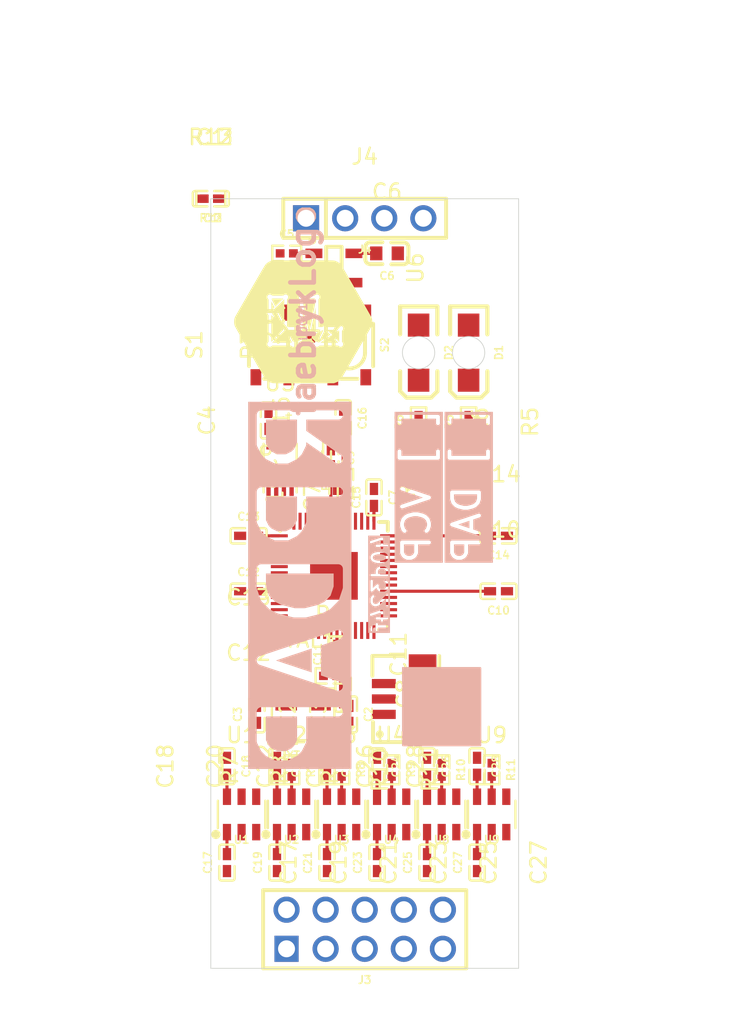
<source format=kicad_pcb>
(kicad_pcb (version 20240108) (generator "pcbnew") (generator_version "8.0")
  (layers (0 "F.Cu" signal) (31 "B.Cu" signal) (34 "B.Paste" user) (35 "F.Paste" user) (36 "B.SilkS" user "B.Silkscreen") (37 "F.SilkS" user "F.Silkscreen") (38 "B.Mask" user) (39 "F.Mask" user) (44 "Edge.Cuts" user))
  (net 0 "")
  (net 1 "SWD_SWO")
  (net 2 "U7-37")
  (net 3 "SWD_DIO")
  (net 4 "U7-16")
  (net 5 "U7-34")
  (net 6 "U7-17")
  (net 7 "R9-1-U4-5")
  (net 8 "U5-7-U7-51")
  (net 9 "D2-1-R6-1")
  (net 10 "U7-30")
  (net 11 "U7-40")
  (net 12 "UART_RX")
  (net 13 "R7-1-U2-5")
  (net 14 "U7-14")
  (net 15 "U7-2")
  (net 16 "SWD_CLK")
  (net 17 "U7-32")
  (net 18 "SWD_RESET")
  (net 19 "GND")
  (net 20 "U7-35")
  (net 22 "U1-3")
  (net 23 "R2-1-R3-1-U5-1-U7-56")
  (net 24 "USB_P")
  (net 25 "U7-21")
  (net 26 "J3-8")
  (net 28 "USB_N")
  (net 29 "R1-2")
  (net 30 "3V3")
  (net 31 "J1-5")
  (net 32 "U5-3-U7-54")
  (net 33 "U2-3")
  (net 34 "C8-1-C9-1-U7-23-U7-45-U7-50")
  (net 35 "U1-5")
  (net 36 "U7-11")
  (net 37 "U7-27")
  (net 38 "U7-7")
  (net 39 "U7-41")
  (net 40 "U5-6-U7-52")
  (net 42 "U7-4")
  (net 43 "U3-3")
  (net 44 "R1-1")
  (net 45 "R4-2-U7-20")
  (net 46 "U7-9")
  (net 47 "VBUS")
  (net 49 "J1-1-U7-25")
  (net 50 "U4-3")
  (net 51 "S2-1-U7-26")
  (net 52 "U7-38")
  (net 53 "U5-2-U7-55")
  (net 54 "VTARGET")
  (net 55 "C2-2-C3-2-XTAL1-1")
  (net 56 "R10-1-U8-5")
  (net 57 "U7-29")
  (net 58 "U6-4")
  (net 59 "D1-1-R5-1")
  (net 60 "U7-12")
  (net 61 "UART_TX")
  (net 62 "U7-5")
  (net 63 "U7-46")
  (net 64 "GND_DETECT")
  (net 65 "U7-13")
  (net 66 "U7-8")
  (net 67 "U8-3")
  (net 68 "R12-1-R13-1")
  (net 69 "S1-2")
  (net 70 "U7-15")
  (net 71 "C1-1")
  (net 72 "U7-28")
  (net 73 "U7-39")
  (net 75 "U7-36")
  (net 76 "U7-18")
  (net 77 "R11-1-U9-5")
  (net 78 "C1-2")
  (net 79 "J1-3-U7-24")
  (net 80 "C7-1-U7-43")
  (net 81 "U7-6")
  (net 82 "R3-2-S1-1")
  (net 83 "U7-3")
  (net 84 "U7-31")
  (net 85 "R8-1-U3-5")
  (net 86 "U5-5-U7-53")
  (net 88 "U7-47")
  (net 89 "J1-4")
  (net 90 "U9-3")
  (net 88 "C2-1-R4-1-XTAL1-4")
  (net 88 "C3-1-U7-19-XTAL1-2")
  (net 89 "XTAL1-3")
  (net 90 "S2-4")
  (net 89 "S1-4")
  (net 90 "S2-3")
  (footprint "lcsc:C0402" (layer "F.Cu") (at 18.693 25.5 0)
    (property "Reference" "C10" (at 0 1.25 0) (layer "F.SilkS") (hide no) (effects (font (size 0.5 0.5) (thickness 0.1))))
    (property "Value" "100nF 16V X7R")
    (fp_text user "${REFERENCE}" (at 0 -4 0) (layer "F.SilkS"))
    (pad "2" smd rect (at 0.55 0 0) (size 0.79 0.54) (layers "F.Cu" "F.Paste" "F.Mask") (net 19 "GND"))
    (pad "1" smd rect (at -0.55 0 0) (size 0.79 0.54) (layers "F.Cu" "F.Paste" "F.Mask") (net 30 "3V3"))
  )
  (footprint "lcsc:R0402" (layer "F.Cu") (at 6.5 9.5 90)
    (property "Reference" "R3" (at 0 1.25 90) (layer "F.SilkS") (hide no) (effects (font (size 0.5 0.5) (thickness 0.1))))
    (property "Value" "1kΩ ±1% 62.5mW")
    (fp_text user "${REFERENCE}" (at 0 -4 90) (layer "F.SilkS"))
    (pad "2" smd rect (at 0.43 0 90) (size 0.57 0.54) (layers "F.Cu" "F.Paste" "F.Mask") (net 82 "R3-2-S1-1"))
    (pad "1" smd rect (at -0.43 0 90) (size 0.57 0.54) (layers "F.Cu" "F.Paste" "F.Mask") (net 23 "R2-1-R3-1-U5-1-U7-56"))
  )
  (footprint "lcsc:C0402" (layer "F.Cu") (at 7.55 43.13 270)
    (property "Reference" "C21" (at 0 1.25 270) (layer "F.SilkS") (hide no) (effects (font (size 0.5 0.5) (thickness 0.1))))
    (property "Value" "100nF 16V X7R")
    (fp_text user "${REFERENCE}" (at 0 -4 270) (layer "F.SilkS"))
    (pad "2" smd rect (at 0.55 0 270) (size 0.79 0.54) (layers "F.Cu" "F.Paste" "F.Mask") (net 19 "GND"))
    (pad "1" smd rect (at -0.55 0 270) (size 0.79 0.54) (layers "F.Cu" "F.Paste" "F.Mask") (net 30 "3V3"))
  )
  (footprint "lcsc:C0402" (layer "F.Cu") (at 14.05 36.87 90)
    (property "Reference" "C26" (at 0 1.25 90) (layer "F.SilkS") (hide no) (effects (font (size 0.5 0.5) (thickness 0.1))))
    (property "Value" "100nF 16V X7R")
    (fp_text user "${REFERENCE}" (at 0 -4 90) (layer "F.SilkS"))
    (pad "2" smd rect (at 0.55 0 90) (size 0.79 0.54) (layers "F.Cu" "F.Paste" "F.Mask") (net 19 "GND"))
    (pad "1" smd rect (at -0.55 0 90) (size 0.79 0.54) (layers "F.Cu" "F.Paste" "F.Mask") (net 54 "VTARGET"))
  )
  (footprint "lcsc:LED-SMD_L3.2-W1.3-RD_GREEN-MHT151UGCT" (layer "F.Cu") (at 13.5 10 90)
    (property "Reference" "D2" (at 0 1.97 90) (layer "F.SilkS") (hide no) (effects (font (size 0.5 0.5) (thickness 0.1))))
    (property "Value" "3.05V")
    (fp_circle (center 0 0) (end 1.05 0) (stroke (width 0.05)) (fill none) (layer "Edge.Cuts"))
    (pad "1" smd rect (at -1.79 0 90) (size 1.5 1.4) (layers "F.Cu" "F.Paste" "F.Mask") (net 9 "D2-1-R6-1"))
    (pad "2" smd rect (at 1.79 0 90) (size 1.5 1.4) (layers "F.Cu" "F.Paste" "F.Mask") (net 30 "3V3"))
  )
  (footprint "lcsc:C0402" (layer "F.Cu") (at 14.05 43.13 270)
    (property "Reference" "C25" (at 0 1.25 270) (layer "F.SilkS") (hide no) (effects (font (size 0.5 0.5) (thickness 0.1))))
    (property "Value" "100nF 16V X7R")
    (fp_text user "${REFERENCE}" (at 0 -4 270) (layer "F.SilkS"))
    (pad "2" smd rect (at 0.55 0 270) (size 0.79 0.54) (layers "F.Cu" "F.Paste" "F.Mask") (net 19 "GND"))
    (pad "1" smd rect (at -0.55 0 270) (size 0.79 0.54) (layers "F.Cu" "F.Paste" "F.Mask") (net 30 "3V3"))
  )
  (footprint "lcsc:C0402" (layer "F.Cu") (at 2.455000000000001 21.9 180)
    (property "Reference" "C13" (at 0 1.25 180) (layer "F.SilkS") (hide no) (effects (font (size 0.5 0.5) (thickness 0.1))))
    (property "Value" "100nF 16V X7R")
    (fp_text user "${REFERENCE}" (at 0 -4 180) (layer "F.SilkS"))
    (pad "2" smd rect (at 0.55 0 180) (size 0.79 0.54) (layers "F.Cu" "F.Paste" "F.Mask") (net 19 "GND"))
    (pad "1" smd rect (at -0.55 0 180) (size 0.79 0.54) (layers "F.Cu" "F.Paste" "F.Mask") (net 30 "3V3"))
  )
  (footprint "lcsc:C0402" (layer "F.Cu") (at 8.2 29.595 270)
    (property "Reference" "C11" (at 0 1.25 270) (layer "F.SilkS") (hide no) (effects (font (size 0.5 0.5) (thickness 0.1))))
    (property "Value" "100nF 16V X7R")
    (fp_text user "${REFERENCE}" (at 0 -4 270) (layer "F.SilkS"))
    (pad "2" smd rect (at 0.55 0 270) (size 0.79 0.54) (layers "F.Cu" "F.Paste" "F.Mask") (net 19 "GND"))
    (pad "1" smd rect (at -0.55 0 270) (size 0.79 0.54) (layers "F.Cu" "F.Paste" "F.Mask") (net 30 "3V3"))
  )
  (footprint "lcsc:SOT-23-6_L2.9-W1.6-P0.95-LS2.8-BL" (layer "F.Cu") (at 11.75 40 0)
    (property "Reference" "U4" (at 0 1.6400000000000001 0) (layer "F.SilkS") (hide no) (effects (font (size 0.5 0.5) (thickness 0.1))))
    (property "Value" "Wuxi_I_core_Elec_AiP74LVC1T45GB236_TR")
    (fp_text user "${REFERENCE}" (at 0 -5.15 0) (layer "F.SilkS"))
    (pad "1" smd rect (at -0.95 1.15 0) (size 0.53 1.07) (layers "F.Cu" "F.Paste" "F.Mask") (net 30 "3V3"))
    (pad "2" smd rect (at 0 1.15 0) (size 0.53 1.07) (layers "F.Cu" "F.Paste" "F.Mask") (net 19 "GND"))
    (pad "3" smd rect (at 0.95 1.15 0) (size 0.53 1.07) (layers "F.Cu" "F.Paste" "F.Mask") (net 50 "U4-3"))
    (pad "4" smd rect (at 0.95 -1.15 0) (size 0.53 1.07) (layers "F.Cu" "F.Paste" "F.Mask") (net 18 "SWD_RESET"))
    (pad "5" smd rect (at 0 -1.15 0) (size 0.53 1.07) (layers "F.Cu" "F.Paste" "F.Mask") (net 7 "R9-1-U4-5"))
    (pad "6" smd rect (at -0.95 -1.15 0) (size 0.53 1.07) (layers "F.Cu" "F.Paste" "F.Mask") (net 54 "VTARGET"))
  )
  (footprint "lcsc:C0402" (layer "F.Cu") (at 3 33.5 270)
    (property "Reference" "C3" (at 0 1.25 270) (layer "F.SilkS") (hide no) (effects (font (size 0.5 0.5) (thickness 0.1))))
    (property "Value" "18pF ±5% 50V C0G")
    (fp_text user "${REFERENCE}" (at 0 -4 270) (layer "F.SilkS"))
    (pad "2" smd rect (at 0.55 0 270) (size 0.79 0.54) (layers "F.Cu" "F.Paste" "F.Mask") (net 55 "C2-2-C3-2-XTAL1-1"))
    (pad "1" smd rect (at -0.55 0 270) (size 0.79 0.54) (layers "F.Cu" "F.Paste" "F.Mask") (net 88 "C3-1-U7-19-XTAL1-2"))
  )
  (footprint "lcsc:C0402" (layer "F.Cu") (at 17.3 36.87 90)
    (property "Reference" "C28" (at 0 1.25 90) (layer "F.SilkS") (hide no) (effects (font (size 0.5 0.5) (thickness 0.1))))
    (property "Value" "100nF 16V X7R")
    (fp_text user "${REFERENCE}" (at 0 -4 90) (layer "F.SilkS"))
    (pad "2" smd rect (at 0.55 0 90) (size 0.79 0.54) (layers "F.Cu" "F.Paste" "F.Mask") (net 19 "GND"))
    (pad "1" smd rect (at -0.55 0 90) (size 0.79 0.54) (layers "F.Cu" "F.Paste" "F.Mask") (net 54 "VTARGET"))
  )
  (footprint "lcsc:C0402" (layer "F.Cu") (at 10.6 19.405 90)
    (property "Reference" "C7" (at 0 1.25 90) (layer "F.SilkS") (hide no) (effects (font (size 0.5 0.5) (thickness 0.1))))
    (property "Value" "100nF 16V X7R")
    (fp_text user "${REFERENCE}" (at 0 -4 90) (layer "F.SilkS"))
    (pad "2" smd rect (at 0.55 0 90) (size 0.79 0.54) (layers "F.Cu" "F.Paste" "F.Mask") (net 19 "GND"))
    (pad "1" smd rect (at -0.55 0 90) (size 0.79 0.54) (layers "F.Cu" "F.Paste" "F.Mask") (net 80 "C7-1-U7-43"))
  )
  (footprint "lcsc:C0402" (layer "F.Cu") (at 4.3 36.87 90)
    (property "Reference" "C20" (at 0 1.25 90) (layer "F.SilkS") (hide no) (effects (font (size 0.5 0.5) (thickness 0.1))))
    (property "Value" "100nF 16V X7R")
    (fp_text user "${REFERENCE}" (at 0 -4 90) (layer "F.SilkS"))
    (pad "2" smd rect (at 0.55 0 90) (size 0.79 0.54) (layers "F.Cu" "F.Paste" "F.Mask") (net 19 "GND"))
    (pad "1" smd rect (at -0.55 0 90) (size 0.79 0.54) (layers "F.Cu" "F.Paste" "F.Mask") (net 54 "VTARGET"))
  )
  (footprint "lcsc:KEY-SMD_4P-L4.2-W3.2-P2.20-LS4.6" (layer "F.Cu") (at 9 9.5 90)
    (property "Reference" "S2" (at 0 2.3 90) (layer "F.SilkS") (hide no) (effects (font (size 0.5 0.5) (thickness 0.1))))
    (property "Value" "_Switch")
    (fp_text user "${REFERENCE}" (at 0 -5.07 90) (layer "F.SilkS"))
    (pad "1" smd rect (at -2.1 -1.07 90) (size 1.05 0.7) (layers "F.Cu" "F.Paste" "F.Mask") (net 51 "S2-1-U7-26"))
    (pad "2" smd rect (at 2.1 -1.07 90) (size 1.05 0.7) (layers "F.Cu" "F.Paste" "F.Mask") (net 19 "GND"))
    (pad "3" smd rect (at -2.1 1.07 90) (size 1.05 0.7) (layers "F.Cu" "F.Paste" "F.Mask") (net 90 "S2-3"))
    (pad "4" smd rect (at 2.1 1.07 90) (size 1.05 0.7) (layers "F.Cu" "F.Paste" "F.Mask") (net 90 "S2-4"))
  )
  (footprint "lcsc:C0402" (layer "F.Cu") (at 9 33.5 90)
    (property "Reference" "C2" (at 0 1.25 90) (layer "F.SilkS") (hide no) (effects (font (size 0.5 0.5) (thickness 0.1))))
    (property "Value" "18pF ±5% 50V C0G")
    (fp_text user "${REFERENCE}" (at 0 -4 90) (layer "F.SilkS"))
    (pad "2" smd rect (at 0.55 0 90) (size 0.79 0.54) (layers "F.Cu" "F.Paste" "F.Mask") (net 55 "C2-2-C3-2-XTAL1-1"))
    (pad "1" smd rect (at -0.55 0 90) (size 0.79 0.54) (layers "F.Cu" "F.Paste" "F.Mask") (net 88 "C2-1-R4-1-XTAL1-4"))
  )
  (footprint "lcsc:R0402" (layer "F.Cu") (at 7.75 31 0)
    (property "Reference" "R4" (at 0 1.25 0) (layer "F.SilkS") (hide no) (effects (font (size 0.5 0.5) (thickness 0.1))))
    (property "Value" "1kΩ ±1% 62.5mW")
    (fp_text user "${REFERENCE}" (at 0 -4 0) (layer "F.SilkS"))
    (pad "2" smd rect (at 0.43 0 0) (size 0.57 0.54) (layers "F.Cu" "F.Paste" "F.Mask") (net 45 "R4-2-U7-20"))
    (pad "1" smd rect (at -0.43 0 0) (size 0.57 0.54) (layers "F.Cu" "F.Paste" "F.Mask") (net 88 "C2-1-R4-1-XTAL1-4"))
  )
  (footprint "lcsc:CRYSTAL-SMD_4P-L3.2-W2.5-BL" (layer "F.Cu") (at 6 33.5 0)
    (property "Reference" "XTAL1" (at 0 2.66 0) (layer "F.SilkS") (hide no) (effects (font (size 0.5 0.5) (thickness 0.1))))
    (property "Value" "Crystal")
    (fp_text user "${REFERENCE}" (at 0 -4.85 0) (layer "F.SilkS"))
    (pad "1" smd rect (at -1.1 0.85 0) (size 1.4 1.2) (layers "F.Cu" "F.Paste" "F.Mask") (net 55 "C2-2-C3-2-XTAL1-1"))
    (pad "2" smd rect (at 1.1 0.85 0) (size 1.4 1.2) (layers "F.Cu" "F.Paste" "F.Mask") (net 88 "C3-1-U7-19-XTAL1-2"))
    (pad "3" smd rect (at 1.1 -0.85 0) (size 1.4 1.2) (layers "F.Cu" "F.Paste" "F.Mask") (net 89 "XTAL1-3"))
    (pad "4" smd rect (at -1.1 -0.85 0) (size 1.4 1.2) (layers "F.Cu" "F.Paste" "F.Mask") (net 88 "C2-1-R4-1-XTAL1-4"))
  )
  (footprint "lcsc:R0402" (layer "F.Cu") (at 5.25 37.1 90)
    (property "Reference" "R7" (at 0 1.25 90) (layer "F.SilkS") (hide no) (effects (font (size 0.5 0.5) (thickness 0.1))))
    (property "Value" "10kΩ ±1% 62.5mW")
    (fp_text user "${REFERENCE}" (at 0 -4 90) (layer "F.SilkS"))
    (pad "2" smd rect (at 0.43 0 90) (size 0.57 0.54) (layers "F.Cu" "F.Paste" "F.Mask") (net 30 "3V3"))
    (pad "1" smd rect (at -0.43 0 90) (size 0.57 0.54) (layers "F.Cu" "F.Paste" "F.Mask") (net 13 "R7-1-U2-5"))
  )
  (footprint "lcsc:C0402" (layer "F.Cu") (at 7.8 16.831 90)
    (property "Reference" "C9" (at 0 1.25 90) (layer "F.SilkS") (hide no) (effects (font (size 0.5 0.5) (thickness 0.1))))
    (property "Value" "100nF 16V X7R")
    (fp_text user "${REFERENCE}" (at 0 -4 90) (layer "F.SilkS"))
    (pad "2" smd rect (at 0.55 0 90) (size 0.79 0.54) (layers "F.Cu" "F.Paste" "F.Mask") (net 19 "GND"))
    (pad "1" smd rect (at -0.55 0 90) (size 0.79 0.54) (layers "F.Cu" "F.Paste" "F.Mask") (net 34 "C8-1-C9-1-U7-23-U7-45-U7-50"))
  )
  (footprint "lcsc:C0402" (layer "F.Cu") (at 10.8 43.13 270)
    (property "Reference" "C23" (at 0 1.25 270) (layer "F.SilkS") (hide no) (effects (font (size 0.5 0.5) (thickness 0.1))))
    (property "Value" "100nF 16V X7R")
    (fp_text user "${REFERENCE}" (at 0 -4 270) (layer "F.SilkS"))
    (pad "2" smd rect (at 0.55 0 270) (size 0.79 0.54) (layers "F.Cu" "F.Paste" "F.Mask") (net 19 "GND"))
    (pad "1" smd rect (at -0.55 0 270) (size 0.79 0.54) (layers "F.Cu" "F.Paste" "F.Mask") (net 30 "3V3"))
  )
  (footprint "lcsc:SOT-23-6_L2.9-W1.6-P0.95-LS2.8-BL" (layer "F.Cu") (at 8.5 40 0)
    (property "Reference" "U3" (at 0 1.6400000000000001 0) (layer "F.SilkS") (hide no) (effects (font (size 0.5 0.5) (thickness 0.1))))
    (property "Value" "Wuxi_I_core_Elec_AiP74LVC1T45GB236_TR")
    (fp_text user "${REFERENCE}" (at 0 -5.15 0) (layer "F.SilkS"))
    (pad "1" smd rect (at -0.95 1.15 0) (size 0.53 1.07) (layers "F.Cu" "F.Paste" "F.Mask") (net 30 "3V3"))
    (pad "2" smd rect (at 0 1.15 0) (size 0.53 1.07) (layers "F.Cu" "F.Paste" "F.Mask") (net 19 "GND"))
    (pad "3" smd rect (at 0.95 1.15 0) (size 0.53 1.07) (layers "F.Cu" "F.Paste" "F.Mask") (net 43 "U3-3"))
    (pad "4" smd rect (at 0.95 -1.15 0) (size 0.53 1.07) (layers "F.Cu" "F.Paste" "F.Mask") (net 1 "SWD_SWO"))
    (pad "5" smd rect (at 0 -1.15 0) (size 0.53 1.07) (layers "F.Cu" "F.Paste" "F.Mask") (net 85 "R8-1-U3-5"))
    (pad "6" smd rect (at -0.95 -1.15 0) (size 0.53 1.07) (layers "F.Cu" "F.Paste" "F.Mask") (net 54 "VTARGET"))
  )
  (footprint "lcsc:USON-8_L3.0-W2.0-P0.50-BL-EP" (layer "F.Cu") (at 4.5 17.5 0)
    (property "Reference" "U5" (at 0 2.33 0) (layer "F.SilkS") (hide no) (effects (font (size 0.5 0.5) (thickness 0.1))))
    (property "Value" "Winbond_W25Q16JVUXIQ")
    (fp_text user "${REFERENCE}" (at 0 -5.51 0) (layer "F.SilkS"))
    (pad "1" smd rect (at -0.75 1.51 -90) (size 0.6 0.28) (layers "F.Cu" "F.Paste" "F.Mask") (net 23 "R2-1-R3-1-U5-1-U7-56"))
    (pad "2" smd rect (at -0.25 1.51 -90) (size 0.6 0.28) (layers "F.Cu" "F.Paste" "F.Mask") (net 53 "U5-2-U7-55"))
    (pad "3" smd rect (at 0.25 1.51 -90) (size 0.6 0.28) (layers "F.Cu" "F.Paste" "F.Mask") (net 32 "U5-3-U7-54"))
    (pad "4" smd rect (at 0.75 1.51 -90) (size 0.6 0.28) (layers "F.Cu" "F.Paste" "F.Mask") (net 19 "GND"))
    (pad "8" smd rect (at -0.75 -1.51 -90) (size 0.6 0.28) (layers "F.Cu" "F.Paste" "F.Mask") (net 30 "3V3"))
    (pad "7" smd rect (at -0.25 -1.51 -90) (size 0.6 0.28) (layers "F.Cu" "F.Paste" "F.Mask") (net 8 "U5-7-U7-51"))
    (pad "6" smd rect (at 0.25 -1.51 -90) (size 0.6 0.28) (layers "F.Cu" "F.Paste" "F.Mask") (net 40 "U5-6-U7-52"))
    (pad "5" smd rect (at 0.75 -1.51 -90) (size 0.6 0.28) (layers "F.Cu" "F.Paste" "F.Mask") (net 86 "U5-5-U7-53"))
    (pad "9" smd rect (at 0 0 90) (size 0.3 1.7) (layers "F.Cu" "F.Paste" "F.Mask") (net 19 "GND"))
  )
  (footprint "lcsc:HDR-TH_10P-P2.54-V-F-R2-C5-S2.54" (layer "F.Cu") (at 10 47.46 0)
    (property "Reference" "J3" (at 0 3.29 0) (layer "F.SilkS") (hide no) (effects (font (size 0.5 0.5) (thickness 0.1))))
    (property "Value" "Header")
    (pad "1" thru_hole rect (at -5.08 1.27 0) (size 1.57 1.7) (drill 1.100023) (layers "*.Cu" "*.Mask") (net 54 "VTARGET"))
    (pad "2" thru_hole circle (at -5.08 -1.27 0) (size 1.7 1.7) (drill 1.100023) (layers "*.Cu" "*.Mask") (net 3 "SWD_DIO"))
    (pad "3" thru_hole circle (at -2.54 1.27 0) (size 1.7 1.7) (drill 1.100023) (layers "*.Cu" "*.Mask") (net 19 "GND"))
    (pad "4" thru_hole circle (at -2.54 -1.27 0) (size 1.7 1.7) (drill 1.100023) (layers "*.Cu" "*.Mask") (net 16 "SWD_CLK"))
    (pad "5" thru_hole circle (at 0 1.27 0) (size 1.7 1.7) (drill 1.100023) (layers "*.Cu" "*.Mask") (net 12 "UART_RX"))
    (pad "6" thru_hole circle (at 0 -1.27 0) (size 1.7 1.7) (drill 1.100023) (layers "*.Cu" "*.Mask") (net 1 "SWD_SWO"))
    (pad "7" thru_hole circle (at 2.54 1.27 0) (size 1.7 1.7) (drill 1.100023) (layers "*.Cu" "*.Mask") (net 61 "UART_TX"))
    (pad "8" thru_hole circle (at 2.54 -1.27 0) (size 1.7 1.7) (drill 1.100023) (layers "*.Cu" "*.Mask") (net 26 "J3-8"))
    (pad "9" thru_hole circle (at 5.08 1.27 0) (size 1.7 1.7) (drill 1.100023) (layers "*.Cu" "*.Mask") (net 64 "GND_DETECT"))
    (pad "10" thru_hole circle (at 5.08 -1.27 0) (size 1.7 1.7) (drill 1.100023) (layers "*.Cu" "*.Mask") (net 18 "SWD_RESET"))
  )
  (footprint "lcsc:R0402" (layer "F.Cu") (at 4.935 3.5499999999999994 540)
    (property "Reference" "C5" (at 0 1.25 180) (layer "F.SilkS") (hide no) (effects (font (size 0.5 0.5) (thickness 0.1))))
    (property "Value" "10µF 25V X5R")
    (fp_text user "${REFERENCE}" (at 0 -4 180) (layer "F.SilkS"))
    (pad "2" smd rect (at 0.43 0 180) (size 0.57 0.54) (layers "F.Cu" "F.Paste" "F.Mask") (net 19 "GND"))
    (pad "1" smd rect (at -0.43 0 180) (size 0.57 0.54) (layers "F.Cu" "F.Paste" "F.Mask") (net 47 "VBUS"))
  )
  (footprint "lcsc:C0402" (layer "F.Cu") (at 4.3 43.13 270)
    (property "Reference" "C19" (at 0 1.25 270) (layer "F.SilkS") (hide no) (effects (font (size 0.5 0.5) (thickness 0.1))))
    (property "Value" "100nF 16V X7R")
    (fp_text user "${REFERENCE}" (at 0 -4 270) (layer "F.SilkS"))
    (pad "2" smd rect (at 0.55 0 270) (size 0.79 0.54) (layers "F.Cu" "F.Paste" "F.Mask") (net 19 "GND"))
    (pad "1" smd rect (at -0.55 0 270) (size 0.79 0.54) (layers "F.Cu" "F.Paste" "F.Mask") (net 30 "3V3"))
  )
  (footprint "lcsc:C0402" (layer "F.Cu") (at 8.6 32.169 270)
    (property "Reference" "C8" (at 0 1.25 270) (layer "F.SilkS") (hide no) (effects (font (size 0.5 0.5) (thickness 0.1))))
    (property "Value" "100nF 16V X7R")
    (fp_text user "${REFERENCE}" (at 0 -4 270) (layer "F.SilkS"))
    (pad "2" smd rect (at 0.55 0 270) (size 0.79 0.54) (layers "F.Cu" "F.Paste" "F.Mask") (net 19 "GND"))
    (pad "1" smd rect (at -0.55 0 270) (size 0.79 0.54) (layers "F.Cu" "F.Paste" "F.Mask") (net 34 "C8-1-C9-1-U7-23-U7-45-U7-50"))
  )
  (footprint "lcsc:C0603" (layer "F.Cu") (at 11.45 3.5500000000000007 360)
    (property "Reference" "C6" (at 0 1.46 0) (layer "F.SilkS") (hide no) (effects (font (size 0.5 0.5) (thickness 0.1))))
    (property "Value" "10µF 10V X7R")
    (fp_text user "${REFERENCE}" (at 0 -4 0) (layer "F.SilkS"))
    (pad "2" smd rect (at 0.7 0 0) (size 0.8 0.9) (layers "F.Cu" "F.Paste" "F.Mask") (net 19 "GND"))
    (pad "1" smd rect (at -0.7 0 0) (size 0.8 0.9) (layers "F.Cu" "F.Paste" "F.Mask") (net 30 "3V3"))
  )
  (footprint "lcsc:HDR-TH_4P-P2.54-V-F" (layer "F.Cu") (at 10 1.27 0)
    (property "Reference" "J4" (at 0 2.02 0) (layer "F.SilkS") (hide no) (effects (font (size 0.5 0.5) (thickness 0.1))))
    (property "Value" "Header")
    (fp_text user "${REFERENCE}" (at 0 -4 0) (layer "F.SilkS"))
    (pad "1" thru_hole rect (at -3.81 0 0) (size 1.7 1.7) (drill 1.1000231999999999) (layers "*.Cu" "*.Mask") (net 47 "VBUS"))
    (pad "2" thru_hole circle (at -1.27 0 0) (size 1.7 1.7) (drill 1.1000231999999999) (layers "*.Cu" "*.Mask") (net 28 "USB_N"))
    (pad "3" thru_hole circle (at 1.27 0 0) (size 1.7 1.7) (drill 1.1000231999999999) (layers "*.Cu" "*.Mask") (net 24 "USB_P"))
    (pad "4" thru_hole circle (at 3.81 0 0) (size 1.7 1.7) (drill 1.1000231999999999) (layers "*.Cu" "*.Mask") (net 19 "GND"))
  )
  (footprint "lcsc:C0402" (layer "F.Cu") (at 2.455000000000001 25.5 180)
    (property "Reference" "C12" (at 0 1.25 180) (layer "F.SilkS") (hide no) (effects (font (size 0.5 0.5) (thickness 0.1))))
    (property "Value" "100nF 16V X7R")
    (fp_text user "${REFERENCE}" (at 0 -4 180) (layer "F.SilkS"))
    (pad "2" smd rect (at 0.55 0 180) (size 0.79 0.54) (layers "F.Cu" "F.Paste" "F.Mask") (net 19 "GND"))
    (pad "1" smd rect (at -0.55 0 180) (size 0.79 0.54) (layers "F.Cu" "F.Paste" "F.Mask") (net 30 "3V3"))
  )
  (footprint "lcsc:R0402" (layer "F.Cu") (at 13.5 14.5 270)
    (property "Reference" "R6" (at 0 1.25 270) (layer "F.SilkS") (hide no) (effects (font (size 0.5 0.5) (thickness 0.1))))
    (property "Value" "1kΩ ±1% 62.5mW")
    (fp_text user "${REFERENCE}" (at 0 -4 270) (layer "F.SilkS"))
    (pad "2" smd rect (at 0.43 0 270) (size 0.57 0.54) (layers "F.Cu" "F.Paste" "F.Mask") (net 19 "GND"))
    (pad "1" smd rect (at -0.43 0 270) (size 0.57 0.54) (layers "F.Cu" "F.Paste" "F.Mask") (net 9 "D2-1-R6-1"))
  )
  (footprint "lcsc:R0402" (layer "F.Cu") (at 18.25 37.1 90)
    (property "Reference" "R11" (at 0 1.25 90) (layer "F.SilkS") (hide no) (effects (font (size 0.5 0.5) (thickness 0.1))))
    (property "Value" "10kΩ ±1% 62.5mW")
    (fp_text user "${REFERENCE}" (at 0 -4 90) (layer "F.SilkS"))
    (pad "2" smd rect (at 0.43 0 90) (size 0.57 0.54) (layers "F.Cu" "F.Paste" "F.Mask") (net 30 "3V3"))
    (pad "1" smd rect (at -0.43 0 90) (size 0.57 0.54) (layers "F.Cu" "F.Paste" "F.Mask") (net 77 "R11-1-U9-5"))
  )
  (footprint "lcsc:C0402" (layer "F.Cu") (at 3.75 14.405000000000001 90)
    (property "Reference" "C4" (at 0 1.25 90) (layer "F.SilkS") (hide no) (effects (font (size 0.5 0.5) (thickness 0.1))))
    (property "Value" "100nF 16V X7R")
    (fp_text user "${REFERENCE}" (at 0 -4 90) (layer "F.SilkS"))
    (pad "2" smd rect (at 0.55 0 90) (size 0.79 0.54) (layers "F.Cu" "F.Paste" "F.Mask") (net 19 "GND"))
    (pad "1" smd rect (at -0.55 0 90) (size 0.79 0.54) (layers "F.Cu" "F.Paste" "F.Mask") (net 30 "3V3"))
  )
  (footprint "lcsc:R0402" (layer "F.Cu") (at 6.5 9.5 90)
    (property "Reference" "R2" (at 0 1.25 90) (layer "F.SilkS") (hide no) (effects (font (size 0.5 0.5) (thickness 0.1))))
    (property "Value" "1kΩ ±1% 62.5mW")
    (fp_text user "${REFERENCE}" (at 0 -4 90) (layer "F.SilkS"))
    (pad "2" smd rect (at 0.43 0 90) (size 0.57 0.54) (layers "F.Cu" "F.Paste" "F.Mask") (net 30 "3V3"))
    (pad "1" smd rect (at -0.43 0 90) (size 0.57 0.54) (layers "F.Cu" "F.Paste" "F.Mask") (net 23 "R2-1-R3-1-U5-1-U7-56"))
  )
  (footprint "lcsc:SOT-23-6_L2.9-W1.6-P0.95-LS2.8-BL" (layer "F.Cu") (at 5.25 40 0)
    (property "Reference" "U2" (at 0 1.6400000000000001 0) (layer "F.SilkS") (hide no) (effects (font (size 0.5 0.5) (thickness 0.1))))
    (property "Value" "Wuxi_I_core_Elec_AiP74LVC1T45GB236_TR")
    (fp_text user "${REFERENCE}" (at 0 -5.15 0) (layer "F.SilkS"))
    (pad "1" smd rect (at -0.95 1.15 0) (size 0.53 1.07) (layers "F.Cu" "F.Paste" "F.Mask") (net 30 "3V3"))
    (pad "2" smd rect (at 0 1.15 0) (size 0.53 1.07) (layers "F.Cu" "F.Paste" "F.Mask") (net 19 "GND"))
    (pad "3" smd rect (at 0.95 1.15 0) (size 0.53 1.07) (layers "F.Cu" "F.Paste" "F.Mask") (net 33 "U2-3"))
    (pad "4" smd rect (at 0.95 -1.15 0) (size 0.53 1.07) (layers "F.Cu" "F.Paste" "F.Mask") (net 16 "SWD_CLK"))
    (pad "5" smd rect (at 0 -1.15 0) (size 0.53 1.07) (layers "F.Cu" "F.Paste" "F.Mask") (net 13 "R7-1-U2-5"))
    (pad "6" smd rect (at -0.95 -1.15 0) (size 0.53 1.07) (layers "F.Cu" "F.Paste" "F.Mask") (net 54 "VTARGET"))
  )
  (footprint "lcsc:C0402" (layer "F.Cu") (at 1.05 43.13 270)
    (property "Reference" "C17" (at 0 1.25 270) (layer "F.SilkS") (hide no) (effects (font (size 0.5 0.5) (thickness 0.1))))
    (property "Value" "100nF 16V X7R")
    (fp_text user "${REFERENCE}" (at 0 -4 270) (layer "F.SilkS"))
    (pad "2" smd rect (at 0.55 0 270) (size 0.79 0.54) (layers "F.Cu" "F.Paste" "F.Mask") (net 19 "GND"))
    (pad "1" smd rect (at -0.55 0 270) (size 0.79 0.54) (layers "F.Cu" "F.Paste" "F.Mask") (net 30 "3V3"))
  )
  (footprint "lcsc:SOT-23-6_L2.9-W1.6-P0.95-LS2.8-BL" (layer "F.Cu") (at 2 40 0)
    (property "Reference" "U1" (at 0 1.6400000000000001 0) (layer "F.SilkS") (hide no) (effects (font (size 0.5 0.5) (thickness 0.1))))
    (property "Value" "Wuxi_I_core_Elec_AiP74LVC1T45GB236_TR")
    (fp_text user "${REFERENCE}" (at 0 -5.15 0) (layer "F.SilkS"))
    (pad "1" smd rect (at -0.95 1.15 0) (size 0.53 1.07) (layers "F.Cu" "F.Paste" "F.Mask") (net 30 "3V3"))
    (pad "2" smd rect (at 0 1.15 0) (size 0.53 1.07) (layers "F.Cu" "F.Paste" "F.Mask") (net 19 "GND"))
    (pad "3" smd rect (at 0.95 1.15 0) (size 0.53 1.07) (layers "F.Cu" "F.Paste" "F.Mask") (net 22 "U1-3"))
    (pad "4" smd rect (at 0.95 -1.15 0) (size 0.53 1.07) (layers "F.Cu" "F.Paste" "F.Mask") (net 3 "SWD_DIO"))
    (pad "5" smd rect (at 0 -1.15 0) (size 0.53 1.07) (layers "F.Cu" "F.Paste" "F.Mask") (net 35 "U1-5"))
    (pad "6" smd rect (at -0.95 -1.15 0) (size 0.53 1.07) (layers "F.Cu" "F.Paste" "F.Mask") (net 54 "VTARGET"))
  )
  (footprint "lcsc:SOT-23-6_L2.9-W1.6-P0.95-LS2.8-BL" (layer "F.Cu") (at 15 40 0)
    (property "Reference" "U8" (at 0 1.6400000000000001 0) (layer "F.SilkS") (hide no) (effects (font (size 0.5 0.5) (thickness 0.1))))
    (property "Value" "Wuxi_I_core_Elec_AiP74LVC1T45GB236_TR")
    (fp_text user "${REFERENCE}" (at 0 -5.15 0) (layer "F.SilkS"))
    (pad "1" smd rect (at -0.95 1.15 0) (size 0.53 1.07) (layers "F.Cu" "F.Paste" "F.Mask") (net 30 "3V3"))
    (pad "2" smd rect (at 0 1.15 0) (size 0.53 1.07) (layers "F.Cu" "F.Paste" "F.Mask") (net 19 "GND"))
    (pad "3" smd rect (at 0.95 1.15 0) (size 0.53 1.07) (layers "F.Cu" "F.Paste" "F.Mask") (net 67 "U8-3"))
    (pad "4" smd rect (at 0.95 -1.15 0) (size 0.53 1.07) (layers "F.Cu" "F.Paste" "F.Mask") (net 61 "UART_TX"))
    (pad "5" smd rect (at 0 -1.15 0) (size 0.53 1.07) (layers "F.Cu" "F.Paste" "F.Mask") (net 56 "R10-1-U8-5"))
    (pad "6" smd rect (at -0.95 -1.15 0) (size 0.53 1.07) (layers "F.Cu" "F.Paste" "F.Mask") (net 54 "VTARGET"))
  )
  (footprint "lcsc:SOT-23-6_L2.9-W1.6-P0.95-LS2.8-BL" (layer "F.Cu") (at 18.25 40 0)
    (property "Reference" "U9" (at 0 1.6400000000000001 0) (layer "F.SilkS") (hide no) (effects (font (size 0.5 0.5) (thickness 0.1))))
    (property "Value" "Wuxi_I_core_Elec_AiP74LVC1T45GB236_TR")
    (fp_text user "${REFERENCE}" (at 0 -5.15 0) (layer "F.SilkS"))
    (pad "1" smd rect (at -0.95 1.15 0) (size 0.53 1.07) (layers "F.Cu" "F.Paste" "F.Mask") (net 30 "3V3"))
    (pad "2" smd rect (at 0 1.15 0) (size 0.53 1.07) (layers "F.Cu" "F.Paste" "F.Mask") (net 19 "GND"))
    (pad "3" smd rect (at 0.95 1.15 0) (size 0.53 1.07) (layers "F.Cu" "F.Paste" "F.Mask") (net 90 "U9-3"))
    (pad "4" smd rect (at 0.95 -1.15 0) (size 0.53 1.07) (layers "F.Cu" "F.Paste" "F.Mask") (net 12 "UART_RX"))
    (pad "5" smd rect (at 0 -1.15 0) (size 0.53 1.07) (layers "F.Cu" "F.Paste" "F.Mask") (net 77 "R11-1-U9-5"))
    (pad "6" smd rect (at -0.95 -1.15 0) (size 0.53 1.07) (layers "F.Cu" "F.Paste" "F.Mask") (net 54 "VTARGET"))
  )
  (footprint "lcsc:R0402" (layer "F.Cu") (at 15 37.1 90)
    (property "Reference" "R10" (at 0 1.25 90) (layer "F.SilkS") (hide no) (effects (font (size 0.5 0.5) (thickness 0.1))))
    (property "Value" "10kΩ ±1% 62.5mW")
    (fp_text user "${REFERENCE}" (at 0 -4 90) (layer "F.SilkS"))
    (pad "2" smd rect (at 0.43 0 90) (size 0.57 0.54) (layers "F.Cu" "F.Paste" "F.Mask") (net 19 "GND"))
    (pad "1" smd rect (at -0.43 0 90) (size 0.57 0.54) (layers "F.Cu" "F.Paste" "F.Mask") (net 56 "R10-1-U8-5"))
  )
  (footprint "custom:faebryk_logo" (layer "B.Cu") (at 6 8 90)
    (property "Reference" "LOGO1" (hide yes))
    (property "Value" "faebrykLogo" (hide yes))
  )
  (footprint "lcsc:C0402" (layer "F.Cu") (at 10.8 36.87 90)
    (property "Reference" "C24" (at 0 1.25 90) (layer "F.SilkS") (hide no) (effects (font (size 0.5 0.5) (thickness 0.1))))
    (property "Value" "100nF 16V X7R")
    (fp_text user "${REFERENCE}" (at 0 -4 90) (layer "F.SilkS"))
    (pad "2" smd rect (at 0.55 0 90) (size 0.79 0.54) (layers "F.Cu" "F.Paste" "F.Mask") (net 19 "GND"))
    (pad "1" smd rect (at -0.55 0 90) (size 0.79 0.54) (layers "F.Cu" "F.Paste" "F.Mask") (net 54 "VTARGET"))
  )
  (footprint "lcsc:C0402" (layer "F.Cu") (at 17.3 43.13 270)
    (property "Reference" "C27" (at 0 1.25 270) (layer "F.SilkS") (hide no) (effects (font (size 0.5 0.5) (thickness 0.1))))
    (property "Value" "100nF 16V X7R")
    (fp_text user "${REFERENCE}" (at 0 -4 270) (layer "F.SilkS"))
    (pad "2" smd rect (at 0.55 0 270) (size 0.79 0.54) (layers "F.Cu" "F.Paste" "F.Mask") (net 19 "GND"))
    (pad "1" smd rect (at -0.55 0 270) (size 0.79 0.54) (layers "F.Cu" "F.Paste" "F.Mask") (net 30 "3V3"))
  )
  (footprint "lcsc:R0402" (layer "F.Cu") (at 8.5 37.1 90)
    (property "Reference" "R8" (at 0 1.25 90) (layer "F.SilkS") (hide no) (effects (font (size 0.5 0.5) (thickness 0.1))))
    (property "Value" "10kΩ ±1% 62.5mW")
    (fp_text user "${REFERENCE}" (at 0 -4 90) (layer "F.SilkS"))
    (pad "2" smd rect (at 0.43 0 90) (size 0.57 0.54) (layers "F.Cu" "F.Paste" "F.Mask") (net 19 "GND"))
    (pad "1" smd rect (at -0.43 0 90) (size 0.57 0.54) (layers "F.Cu" "F.Paste" "F.Mask") (net 85 "R8-1-U3-5"))
  )
  (footprint "lcsc:R0402" (layer "F.Cu") (at 11.75 37.1 90)
    (property "Reference" "R9" (at 0 1.25 90) (layer "F.SilkS") (hide no) (effects (font (size 0.5 0.5) (thickness 0.1))))
    (property "Value" "10kΩ ±1% 62.5mW")
    (fp_text user "${REFERENCE}" (at 0 -4 90) (layer "F.SilkS"))
    (pad "2" smd rect (at 0.43 0 90) (size 0.57 0.54) (layers "F.Cu" "F.Paste" "F.Mask") (net 30 "3V3"))
    (pad "1" smd rect (at -0.43 0 90) (size 0.57 0.54) (layers "F.Cu" "F.Paste" "F.Mask") (net 7 "R9-1-U4-5"))
  )
  (footprint "lcsc:R0402" (layer "F.Cu") (at 16.75 14.5 270)
    (property "Reference" "R5" (at 0 1.25 270) (layer "F.SilkS") (hide no) (effects (font (size 0.5 0.5) (thickness 0.1))))
    (property "Value" "1kΩ ±1% 62.5mW")
    (fp_text user "${REFERENCE}" (at 0 -4 270) (layer "F.SilkS"))
    (pad "2" smd rect (at 0.43 0 270) (size 0.57 0.54) (layers "F.Cu" "F.Paste" "F.Mask") (net 19 "GND"))
    (pad "1" smd rect (at -0.43 0 270) (size 0.57 0.54) (layers "F.Cu" "F.Paste" "F.Mask") (net 59 "D1-1-R5-1"))
  )
  (footprint "lcsc:KEY-SMD_4P-L4.2-W3.2-P2.20-LS4.6" (layer "F.Cu") (at 4 9.5 90)
    (property "Reference" "S1" (at 0 2.3 90) (layer "F.SilkS") (hide no) (effects (font (size 0.5 0.5) (thickness 0.1))))
    (property "Value" "_Switch")
    (fp_text user "${REFERENCE}" (at 0 -5.07 90) (layer "F.SilkS"))
    (pad "1" smd rect (at -2.1 -1.07 90) (size 1.05 0.7) (layers "F.Cu" "F.Paste" "F.Mask") (net 82 "R3-2-S1-1"))
    (pad "2" smd rect (at 2.1 -1.07 90) (size 1.05 0.7) (layers "F.Cu" "F.Paste" "F.Mask") (net 69 "S1-2"))
    (pad "3" smd rect (at -2.1 1.07 90) (size 1.05 0.7) (layers "F.Cu" "F.Paste" "F.Mask") (net 19 "GND"))
    (pad "4" smd rect (at 2.1 1.07 90) (size 1.05 0.7) (layers "F.Cu" "F.Paste" "F.Mask") (net 89 "S1-4"))
  )
  (footprint "lcsc:LED-SMD_L3.2-W1.3-RD_GREEN-MHT151UGCT" (layer "F.Cu") (at 16.75 10 90)
    (property "Reference" "D1" (at 0 1.97 90) (layer "F.SilkS") (hide no) (effects (font (size 0.5 0.5) (thickness 0.1))))
    (property "Value" "3.05V")
    (fp_circle (center 0 0) (end 1.05 0) (stroke (width 0.05)) (fill none) (layer "Edge.Cuts"))
    (pad "1" smd rect (at -1.79 0 90) (size 1.5 1.4) (layers "F.Cu" "F.Paste" "F.Mask") (net 59 "D1-1-R5-1"))
    (pad "2" smd rect (at 1.79 0 90) (size 1.5 1.4) (layers "F.Cu" "F.Paste" "F.Mask") (net 30 "3V3"))
  )
  (footprint "lcsc:R0402" (layer "F.Cu") (at 8.75 18.5 270)
    (property "Reference" "R1" (at 0 1.25 270) (layer "F.SilkS") (hide no) (effects (font (size 0.5 0.5) (thickness 0.1))))
    (property "Value" "10kΩ ±1% 62.5mW")
    (fp_text user "${REFERENCE}" (at 0 -4 270) (layer "F.SilkS"))
    (pad "2" smd rect (at 0.43 0 270) (size 0.57 0.54) (layers "F.Cu" "F.Paste" "F.Mask") (net 29 "R1-2"))
    (pad "1" smd rect (at -0.43 0 270) (size 0.57 0.54) (layers "F.Cu" "F.Paste" "F.Mask") (net 44 "R1-1"))
  )
  (footprint "lcsc:C0402" (layer "F.Cu") (at 0 0 0)
    (property "Reference" "C1" (at 0 1.25 0) (layer "F.SilkS") (hide no) (effects (font (size 0.5 0.5) (thickness 0.1))))
    (property "Value" "100nF 16V X7R")
    (fp_text user "${REFERENCE}" (at 0 -4 0) (layer "F.SilkS"))
    (pad "2" smd rect (at 0.55 0 0) (size 0.79 0.54) (layers "F.Cu" "F.Paste" "F.Mask") (net 78 "C1-2"))
    (pad "1" smd rect (at -0.55 0 0) (size 0.79 0.54) (layers "F.Cu" "F.Paste" "F.Mask") (net 71 "C1-1"))
  )
  (footprint "lcsc:C0402" (layer "F.Cu") (at 7.55 36.87 90)
    (property "Reference" "C22" (at 0 1.25 90) (layer "F.SilkS") (hide no) (effects (font (size 0.5 0.5) (thickness 0.1))))
    (property "Value" "100nF 16V X7R")
    (fp_text user "${REFERENCE}" (at 0 -4 90) (layer "F.SilkS"))
    (pad "2" smd rect (at 0.55 0 90) (size 0.79 0.54) (layers "F.Cu" "F.Paste" "F.Mask") (net 19 "GND"))
    (pad "1" smd rect (at -0.55 0 90) (size 0.79 0.54) (layers "F.Cu" "F.Paste" "F.Mask") (net 54 "VTARGET"))
  )
  (footprint "lcsc:C0402" (layer "F.Cu") (at 1.05 36.87 90)
    (property "Reference" "C18" (at 0 1.25 90) (layer "F.SilkS") (hide no) (effects (font (size 0.5 0.5) (thickness 0.1))))
    (property "Value" "100nF 16V X7R")
    (fp_text user "${REFERENCE}" (at 0 -4 90) (layer "F.SilkS"))
    (pad "2" smd rect (at 0.55 0 90) (size 0.79 0.54) (layers "F.Cu" "F.Paste" "F.Mask") (net 19 "GND"))
    (pad "1" smd rect (at -0.55 0 90) (size 0.79 0.54) (layers "F.Cu" "F.Paste" "F.Mask") (net 54 "VTARGET"))
  )
  (footprint "lcsc:R0402" (layer "F.Cu") (at 0 0 0)
    (property "Reference" "R12" (at 0 1.25 0) (layer "F.SilkS") (hide no) (effects (font (size 0.5 0.5) (thickness 0.1))))
    (property "Value" "100Ω ±1% 62.5mW")
    (fp_text user "${REFERENCE}" (at 0 -4 0) (layer "F.SilkS"))
    (pad "2" smd rect (at 0.43 0 0) (size 0.57 0.54) (layers "F.Cu" "F.Paste" "F.Mask") (net 64 "GND_DETECT"))
    (pad "1" smd rect (at -0.43 0 0) (size 0.57 0.54) (layers "F.Cu" "F.Paste" "F.Mask") (net 68 "R12-1-R13-1"))
  )
  (footprint "lcsc:C0402" (layer "F.Cu") (at 8.2 19.405 90)
    (property "Reference" "C15" (at 0 1.25 90) (layer "F.SilkS") (hide no) (effects (font (size 0.5 0.5) (thickness 0.1))))
    (property "Value" "100nF 16V X7R")
    (fp_text user "${REFERENCE}" (at 0 -4 90) (layer "F.SilkS"))
    (pad "2" smd rect (at 0.55 0 90) (size 0.79 0.54) (layers "F.Cu" "F.Paste" "F.Mask") (net 19 "GND"))
    (pad "1" smd rect (at -0.55 0 90) (size 0.79 0.54) (layers "F.Cu" "F.Paste" "F.Mask") (net 30 "3V3"))
  )
  (footprint "lcsc:SOT-25-5_L2.9-W1.6-P0.95-LS2.8-BL" (layer "F.Cu") (at 8 4.5 270)
    (property "Reference" "U6" (at 0 1.25 270) (layer "F.SilkS") (hide no) (effects (font (size 0.5 0.5) (thickness 0.1))))
    (property "Value" "LDO 3.3V 600mA 400mV Vin max 6V Iq 80µA")
    (fp_text user "${REFERENCE}" (at 0 -5.3 270) (layer "F.SilkS"))
    (pad "4" smd rect (at 0.95 -1.3 270) (size 0.62 1.1) (layers "F.Cu" "F.Paste" "F.Mask") (net 58 "U6-4"))
    (pad "5" smd rect (at -0.95 -1.3 270) (size 0.62 1.1) (layers "F.Cu" "F.Paste" "F.Mask") (net 30 "3V3"))
    (pad "1" smd rect (at -0.95 1.3 270) (size 0.62 1.1) (layers "F.Cu" "F.Paste" "F.Mask") (net 47 "VBUS"))
    (pad "2" smd rect (at 0 1.3 270) (size 0.62 1.1) (layers "F.Cu" "F.Paste" "F.Mask") (net 19 "GND"))
    (pad "3" smd rect (at 0.95 1.3 270) (size 0.62 1.1) (layers "F.Cu" "F.Paste" "F.Mask") (net 47 "VBUS"))
  )
  (footprint "lcsc:LQFN-56_L7.0-W7.0-P0.4-EP" (layer "F.Cu") (at 8 24.5 0)
    (property "Reference" "U7" (at 0 4.25 0) (layer "F.SilkS") (hide no) (effects (font (size 0.5 0.5) (thickness 0.1))))
    (property "Value" "RP2040")
    (fp_text user "${REFERENCE}" (at 0 -7.55 0) (layer "F.SilkS"))
    (pad "1" smd rect (at -3.55 -2.6 0) (size 1.1 0.2) (layers "F.Cu" "F.Paste" "F.Mask") (net 30 "3V3"))
    (pad "2" smd rect (at -3.55 -2.2 0) (size 1.1 0.2) (layers "F.Cu" "F.Paste" "F.Mask") (net 15 "U7-2"))
    (pad "3" smd rect (at -3.55 -1.8 0) (size 1.1 0.2) (layers "F.Cu" "F.Paste" "F.Mask") (net 83 "U7-3"))
    (pad "4" smd rect (at -3.55 -1.4 0) (size 1.1 0.2) (layers "F.Cu" "F.Paste" "F.Mask") (net 42 "U7-4"))
    (pad "5" smd rect (at -3.55 -1 0) (size 1.1 0.2) (layers "F.Cu" "F.Paste" "F.Mask") (net 62 "U7-5"))
    (pad "6" smd rect (at -3.55 -0.6 0) (size 1.1 0.2) (layers "F.Cu" "F.Paste" "F.Mask") (net 81 "U7-6"))
    (pad "7" smd rect (at -3.55 -0.2 0) (size 1.1 0.2) (layers "F.Cu" "F.Paste" "F.Mask") (net 38 "U7-7"))
    (pad "8" smd rect (at -3.55 0.2 0) (size 1.1 0.2) (layers "F.Cu" "F.Paste" "F.Mask") (net 66 "U7-8"))
    (pad "9" smd rect (at -3.55 0.6 0) (size 1.1 0.2) (layers "F.Cu" "F.Paste" "F.Mask") (net 46 "U7-9"))
    (pad "10" smd rect (at -3.55 1 0) (size 1.1 0.2) (layers "F.Cu" "F.Paste" "F.Mask") (net 30 "3V3"))
    (pad "11" smd rect (at -3.55 1.4 0) (size 1.1 0.2) (layers "F.Cu" "F.Paste" "F.Mask") (net 36 "U7-11"))
    (pad "12" smd rect (at -3.55 1.8 0) (size 1.1 0.2) (layers "F.Cu" "F.Paste" "F.Mask") (net 60 "U7-12"))
    (pad "13" smd rect (at -3.55 2.2 0) (size 1.1 0.2) (layers "F.Cu" "F.Paste" "F.Mask") (net 65 "U7-13"))
    (pad "14" smd rect (at -3.55 2.6 0) (size 1.1 0.2) (layers "F.Cu" "F.Paste" "F.Mask") (net 14 "U7-14"))
    (pad "15" smd rect (at -2.6 3.55 90) (size 1.1 0.2) (layers "F.Cu" "F.Paste" "F.Mask") (net 70 "U7-15"))
    (pad "16" smd rect (at -2.2 3.55 90) (size 1.1 0.2) (layers "F.Cu" "F.Paste" "F.Mask") (net 4 "U7-16"))
    (pad "17" smd rect (at -1.8 3.55 90) (size 1.1 0.2) (layers "F.Cu" "F.Paste" "F.Mask") (net 6 "U7-17"))
    (pad "18" smd rect (at -1.4 3.55 90) (size 1.1 0.2) (layers "F.Cu" "F.Paste" "F.Mask") (net 76 "U7-18"))
    (pad "19" smd rect (at -1 3.55 90) (size 1.1 0.2) (layers "F.Cu" "F.Paste" "F.Mask") (net 88 "C3-1-U7-19-XTAL1-2"))
    (pad "20" smd rect (at -0.6 3.55 90) (size 1.1 0.2) (layers "F.Cu" "F.Paste" "F.Mask") (net 45 "R4-2-U7-20"))
    (pad "21" smd rect (at -0.2 3.55 90) (size 1.1 0.2) (layers "F.Cu" "F.Paste" "F.Mask") (net 25 "U7-21"))
    (pad "22" smd rect (at 0.2 3.55 90) (size 1.1 0.2) (layers "F.Cu" "F.Paste" "F.Mask") (net 30 "3V3"))
    (pad "23" smd rect (at 0.6 3.55 90) (size 1.1 0.2) (layers "F.Cu" "F.Paste" "F.Mask") (net 34 "C8-1-C9-1-U7-23-U7-45-U7-50"))
    (pad "24" smd rect (at 1 3.55 90) (size 1.1 0.2) (layers "F.Cu" "F.Paste" "F.Mask") (net 79 "J1-3-U7-24"))
    (pad "25" smd rect (at 1.4 3.55 90) (size 1.1 0.2) (layers "F.Cu" "F.Paste" "F.Mask") (net 49 "J1-1-U7-25"))
    (pad "26" smd rect (at 1.8 3.55 90) (size 1.1 0.2) (layers "F.Cu" "F.Paste" "F.Mask") (net 51 "S2-1-U7-26"))
    (pad "27" smd rect (at 2.2 3.55 90) (size 1.1 0.2) (layers "F.Cu" "F.Paste" "F.Mask") (net 37 "U7-27"))
    (pad "28" smd rect (at 2.6 3.55 90) (size 1.1 0.2) (layers "F.Cu" "F.Paste" "F.Mask") (net 72 "U7-28"))
    (pad "29" smd rect (at 3.55 2.6 180) (size 1.1 0.2) (layers "F.Cu" "F.Paste" "F.Mask") (net 57 "U7-29"))
    (pad "30" smd rect (at 3.55 2.2 180) (size 1.1 0.2) (layers "F.Cu" "F.Paste" "F.Mask") (net 10 "U7-30"))
    (pad "31" smd rect (at 3.55 1.8 180) (size 1.1 0.2) (layers "F.Cu" "F.Paste" "F.Mask") (net 84 "U7-31"))
    (pad "32" smd rect (at 3.55 1.4 180) (size 1.1 0.2) (layers "F.Cu" "F.Paste" "F.Mask") (net 17 "U7-32"))
    (pad "33" smd rect (at 3.55 1 180) (size 1.1 0.2) (layers "F.Cu" "F.Paste" "F.Mask") (net 30 "3V3"))
    (pad "34" smd rect (at 3.55 0.6 180) (size 1.1 0.2) (layers "F.Cu" "F.Paste" "F.Mask") (net 5 "U7-34"))
    (pad "35" smd rect (at 3.55 0.2 180) (size 1.1 0.2) (layers "F.Cu" "F.Paste" "F.Mask") (net 20 "U7-35"))
    (pad "36" smd rect (at 3.55 -0.2 180) (size 1.1 0.2) (layers "F.Cu" "F.Paste" "F.Mask") (net 75 "U7-36"))
    (pad "37" smd rect (at 3.55 -0.6 180) (size 1.1 0.2) (layers "F.Cu" "F.Paste" "F.Mask") (net 2 "U7-37"))
    (pad "38" smd rect (at 3.55 -1 180) (size 1.1 0.2) (layers "F.Cu" "F.Paste" "F.Mask") (net 52 "U7-38"))
    (pad "39" smd rect (at 3.55 -1.4 180) (size 1.1 0.2) (layers "F.Cu" "F.Paste" "F.Mask") (net 73 "U7-39"))
    (pad "40" smd rect (at 3.55 -1.8 180) (size 1.1 0.2) (layers "F.Cu" "F.Paste" "F.Mask") (net 11 "U7-40"))
    (pad "41" smd rect (at 3.55 -2.2 180) (size 1.1 0.2) (layers "F.Cu" "F.Paste" "F.Mask") (net 39 "U7-41"))
    (pad "42" smd rect (at 3.55 -2.6 180) (size 1.1 0.2) (layers "F.Cu" "F.Paste" "F.Mask") (net 30 "3V3"))
    (pad "43" smd rect (at 2.6 -3.55 -90) (size 1.1 0.2) (layers "F.Cu" "F.Paste" "F.Mask") (net 80 "C7-1-U7-43"))
    (pad "44" smd rect (at 2.2 -3.55 -90) (size 1.1 0.2) (layers "F.Cu" "F.Paste" "F.Mask") (net 30 "3V3"))
    (pad "45" smd rect (at 1.8 -3.55 -90) (size 1.1 0.2) (layers "F.Cu" "F.Paste" "F.Mask") (net 34 "C8-1-C9-1-U7-23-U7-45-U7-50"))
    (pad "46" smd rect (at 1.4 -3.55 -90) (size 1.1 0.2) (layers "F.Cu" "F.Paste" "F.Mask") (net 63 "U7-46"))
    (pad "47" smd rect (at 1 -3.55 -90) (size 1.1 0.2) (layers "F.Cu" "F.Paste" "F.Mask") (net 88 "U7-47"))
    (pad "48" smd rect (at 0.6 -3.55 -90) (size 1.1 0.2) (layers "F.Cu" "F.Paste" "F.Mask") (net 30 "3V3"))
    (pad "49" smd rect (at 0.2 -3.55 -90) (size 1.1 0.2) (layers "F.Cu" "F.Paste" "F.Mask") (net 30 "3V3"))
    (pad "50" smd rect (at -0.2 -3.55 -90) (size 1.1 0.2) (layers "F.Cu" "F.Paste" "F.Mask") (net 34 "C8-1-C9-1-U7-23-U7-45-U7-50"))
    (pad "51" smd rect (at -0.6 -3.55 -90) (size 1.1 0.2) (layers "F.Cu" "F.Paste" "F.Mask") (net 8 "U5-7-U7-51"))
    (pad "52" smd rect (at -1 -3.55 -90) (size 1.1 0.2) (layers "F.Cu" "F.Paste" "F.Mask") (net 40 "U5-6-U7-52"))
    (pad "53" smd rect (at -1.4 -3.55 -90) (size 1.1 0.2) (layers "F.Cu" "F.Paste" "F.Mask") (net 86 "U5-5-U7-53"))
    (pad "54" smd rect (at -1.8 -3.55 -90) (size 1.1 0.2) (layers "F.Cu" "F.Paste" "F.Mask") (net 32 "U5-3-U7-54"))
    (pad "55" smd rect (at -2.2 -3.55 -90) (size 1.1 0.2) (layers "F.Cu" "F.Paste" "F.Mask") (net 53 "U5-2-U7-55"))
    (pad "56" smd rect (at -2.6 -3.55 -90) (size 1.1 0.2) (layers "F.Cu" "F.Paste" "F.Mask") (net 23 "R2-1-R3-1-U5-1-U7-56"))
    (pad "57" smd rect (at 0 0 0) (size 3.1 3.1) (layers "F.Cu" "F.Paste" "F.Mask") (net 19 "GND"))
  )
  (footprint "lcsc:C0402" (layer "F.Cu") (at 18.693 21.9 0)
    (property "Reference" "C14" (at 0 1.25 0) (layer "F.SilkS") (hide no) (effects (font (size 0.5 0.5) (thickness 0.1))))
    (property "Value" "100nF 16V X7R")
    (fp_text user "${REFERENCE}" (at 0 -4 0) (layer "F.SilkS"))
    (pad "2" smd rect (at 0.55 0 0) (size 0.79 0.54) (layers "F.Cu" "F.Paste" "F.Mask") (net 19 "GND"))
    (pad "1" smd rect (at -0.55 0 0) (size 0.79 0.54) (layers "F.Cu" "F.Paste" "F.Mask") (net 30 "3V3"))
  )
  (footprint "lcsc:C0402" (layer "F.Cu") (at 8.6 14.257 90)
    (property "Reference" "C16" (at 0 1.25 90) (layer "F.SilkS") (hide no) (effects (font (size 0.5 0.5) (thickness 0.1))))
    (property "Value" "100nF 16V X7R")
    (fp_text user "${REFERENCE}" (at 0 -4 90) (layer "F.SilkS"))
    (pad "2" smd rect (at 0.55 0 90) (size 0.79 0.54) (layers "F.Cu" "F.Paste" "F.Mask") (net 19 "GND"))
    (pad "1" smd rect (at -0.55 0 90) (size 0.79 0.54) (layers "F.Cu" "F.Paste" "F.Mask") (net 30 "3V3"))
  )
  (footprint "lcsc:CONN-SMD-3P-P1.00_BM03B-SRSS-TB-LF-SN" (layer "F.Cu") (at 12.5 32.5 90)
    (property "Reference" "J1" (at 0 3.09 90) (layer "F.SilkS") (hide no) (effects (font (size 0.5 0.5) (thickness 0.1))))
    (property "Value" "PICO_DebugHeader")
    (pad "1" smd rect (at -1 -1.26 90) (size 0.6 1.55) (layers "F.Cu" "F.Paste" "F.Mask") (net 49 "J1-1-U7-25"))
    (pad "2" smd rect (at 0 -1.26 90) (size 0.6 1.55) (layers "F.Cu" "F.Paste" "F.Mask") (net 19 "GND"))
    (pad "3" smd rect (at 1 -1.26 90) (size 0.6 1.55) (layers "F.Cu" "F.Paste" "F.Mask") (net 79 "J1-3-U7-24"))
    (pad "4" smd rect (at 2.3 1.26 90) (size 1.2 1.8) (layers "F.Cu" "F.Paste" "F.Mask") (net 89 "J1-4"))
    (pad "5" smd rect (at -2.3 1.26 90) (size 1.2 1.8) (layers "F.Cu" "F.Paste" "F.Mask") (net 31 "J1-5"))
  )
  (footprint "lcsc:R0402" (layer "F.Cu") (at 0 0 0)
    (property "Reference" "R13" (at 0 1.25 0) (layer "F.SilkS") (hide no) (effects (font (size 0.5 0.5) (thickness 0.1))))
    (property "Value" "10kΩ ±1% 62.5mW")
    (fp_text user "${REFERENCE}" (at 0 -4 0) (layer "F.SilkS"))
    (pad "2" smd rect (at 0.43 0 0) (size 0.57 0.54) (layers "F.Cu" "F.Paste" "F.Mask") (net 30 "3V3"))
    (pad "1" smd rect (at -0.43 0 0) (size 0.57 0.54) (layers "F.Cu" "F.Paste" "F.Mask") (net 68 "R12-1-R13-1"))
  )
  (segment (start 8.2 29.04) (end 8.2 28.05) (width 0.2) (layer "F.Cu") (net 30))
  (segment (start 3.01 25.5) (end 4.45 25.5) (width 0.2) (layer "F.Cu") (net 30))
  (segment (start 3.01 21.9) (end 4.45 21.9) (width 0.2) (layer "F.Cu") (net 30))
  (segment (start 18.14 25.5) (end 11.55 25.5) (width 0.2) (layer "F.Cu") (net 30))
  (segment (start 18.14 21.9) (end 11.55 21.9) (width 0.2) (layer "F.Cu") (net 30))
  (segment (start 8.2 19.96) (end 8.2 20.95) (width 0.2) (layer "F.Cu") (net 30))
  (segment (start 7.8 17.38) (end 7.8 20.95) (width 0.2) (layer "F.Cu") (net 34))
  (segment (start 8.6 31.62) (end 8.6 28.05) (width 0.2) (layer "F.Cu") (net 34))
  (segment (start 3.75 14.96) (end 3.75 15.99) (width 0.2) (layer "F.Cu") (net 30))
  (segment (start 5.36 3.55) (end 6.7 3.55) (width 0.2) (layer "F.Cu") (net 47))
  (segment (start 10.75 3.55) (end 9.3 3.55) (width 0.2) (layer "F.Cu") (net 30))
  (segment (start 10.6 19.96) (end 10.6 20.95) (width 0.2) (layer "F.Cu") (net 80))
  (segment (start 8.6 14.81) (end 8.6 20.95) (width 0.2) (layer "F.Cu") (net 30))
  (segment (start 10.8 37.42) (end 10.8 38.85) (width 0.2) (layer "F.Cu") (net 54))
  (segment (start 11.75 37.53) (end 11.75 38.85) (width 0.2) (layer "F.Cu") (net 7))
  (segment (start 10.8 42.58) (end 10.8 41.15) (width 0.2) (layer "F.Cu") (net 30))
  (segment (start 17.3 37.42) (end 17.3 38.85) (width 0.2) (layer "F.Cu") (net 54))
  (segment (start 18.25 37.53) (end 18.25 38.85) (width 0.2) (layer "F.Cu") (net 77))
  (segment (start 17.3 42.58) (end 17.3 41.15) (width 0.2) (layer "F.Cu") (net 30))
  (segment (start 1.05 42.58) (end 1.05 41.15) (width 0.2) (layer "F.Cu") (net 30))
  (segment (start 1.05 37.42) (end 1.05 38.85) (width 0.2) (layer "F.Cu") (net 54))
  (segment (start 7.55 42.58) (end 7.55 41.15) (width 0.2) (layer "F.Cu") (net 30))
  (segment (start 7.55 37.42) (end 7.55 38.85) (width 0.2) (layer "F.Cu") (net 54))
  (segment (start 8.5 37.53) (end 8.5 38.85) (width 0.2) (layer "F.Cu") (net 85))
  (segment (start 4.3 37.42) (end 4.3 38.85) (width 0.2) (layer "F.Cu") (net 54))
  (segment (start 4.3 42.58) (end 4.3 41.15) (width 0.2) (layer "F.Cu") (net 30))
  (segment (start 5.25 37.53) (end 5.25 38.85) (width 0.2) (layer "F.Cu") (net 13))
  (segment (start 14.05 37.42) (end 14.05 38.85) (width 0.2) (layer "F.Cu") (net 54))
  (segment (start 15 37.53) (end 15 38.85) (width 0.2) (layer "F.Cu") (net 56))
  (segment (start 14.05 42.58) (end 14.05 41.15) (width 0.2) (layer "F.Cu") (net 30))
  (gr_line (start 0 0) (end 20 0) (stroke (width 0.05)) (layer "Edge.Cuts"))
  (gr_line (start 20 0) (end 20 50) (stroke (width 0.05)) (layer "Edge.Cuts"))
  (gr_line (start 20 50) (end 0 50) (stroke (width 0.05)) (layer "Edge.Cuts"))
  (gr_line (start 0 50) (end 0 0) (stroke (width 0.05)) (layer "Edge.Cuts"))
  (gr_rect (start 12.5 30.5) (end 17.5 35.5) (stroke (width 0.15)) (fill solid) (layer "B.SilkS"))
  (gr_text "RPDAP" (at 6 25 90) (layer "B.SilkS" knockout) (effects (font (size 5 5) (thickness 0.6)) (justify mirror)))
  (gr_text "40d324f" (at 11 25 90) (layer "B.SilkS" knockout) (effects (font (size 1 1)) (justify mirror)))
  (gr_text "[ ] VCP " (at 13.38 13.5 90) (layer "B.SilkS" knockout) (effects (font (size 1.75 1.75) (thickness 0.25)) (justify left mirror)))
  (gr_text "[ ] DAP " (at 16.63 13.5 90) (layer "B.SilkS" knockout) (effects (font (size 1.75 1.75) (thickness 0.25)) (justify left mirror)))
)
</source>
